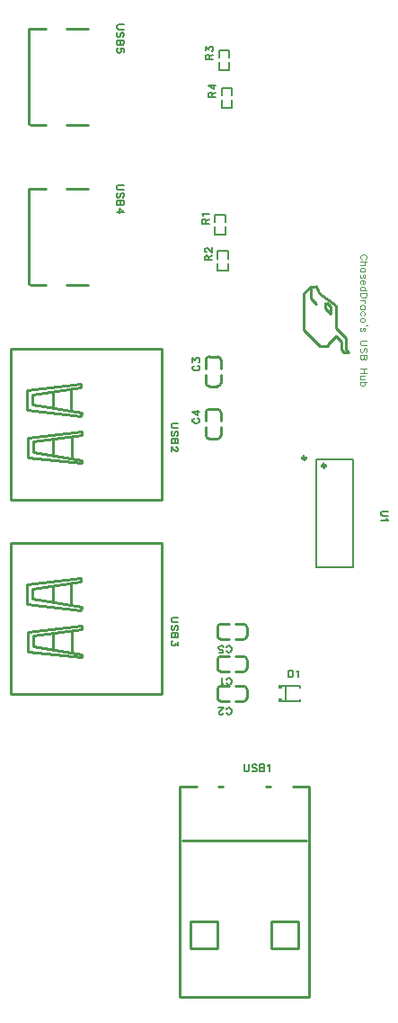
<source format=gto>
G04 Layer: TopSilkscreenLayer*
G04 EasyEDA Pro v2.2.44.9, 2025-12-02 00:09:12*
G04 Gerber Generator version 0.3*
G04 Scale: 100 percent, Rotated: No, Reflected: No*
G04 Dimensions in millimeters*
G04 Leading zeros omitted, absolute positions, 4 integers and 5 decimals*
G04 Generated by one-click*
%FSLAX45Y45*%
%MOMM*%
%ADD10C,0.1524*%
%ADD11C,0.1*%
%ADD12C,0.254*%
%ADD13C,0.15199*%
%ADD14C,0.3*%
%ADD15C,0.8239*%
G75*


G04 Text Start*
G54D10*
G01X2727198Y1915160D02*
G01X2730246Y1908810D01*
G01X2736596Y1902714D01*
G01X2742692Y1899666D01*
G01X2755138Y1899666D01*
G01X2761234Y1902714D01*
G01X2767584Y1908810D01*
G01X2770632Y1915160D01*
G01X2773680Y1924304D01*
G01X2773680Y1939798D01*
G01X2770632Y1949196D01*
G01X2767584Y1955292D01*
G01X2761234Y1961642D01*
G01X2755138Y1964690D01*
G01X2742692Y1964690D01*
G01X2736596Y1961642D01*
G01X2730246Y1955292D01*
G01X2727198Y1949196D01*
G01X2696972Y1912112D02*
G01X2690876Y1908810D01*
G01X2681732Y1899666D01*
G01X2681732Y1964690D01*
G01X2727198Y1635760D02*
G01X2730246Y1629410D01*
G01X2736596Y1623314D01*
G01X2742692Y1620266D01*
G01X2755138Y1620266D01*
G01X2761234Y1623314D01*
G01X2767584Y1629410D01*
G01X2770632Y1635760D01*
G01X2773680Y1644904D01*
G01X2773680Y1660398D01*
G01X2770632Y1669796D01*
G01X2767584Y1675892D01*
G01X2761234Y1682242D01*
G01X2755138Y1685290D01*
G01X2742692Y1685290D01*
G01X2736596Y1682242D01*
G01X2730246Y1675892D01*
G01X2727198Y1669796D01*
G01X2693924Y1635760D02*
G01X2693924Y1632712D01*
G01X2690876Y1626362D01*
G01X2687828Y1623314D01*
G01X2681732Y1620266D01*
G01X2669286Y1620266D01*
G01X2662936Y1623314D01*
G01X2659888Y1626362D01*
G01X2656840Y1632712D01*
G01X2656840Y1638808D01*
G01X2659888Y1644904D01*
G01X2666238Y1654302D01*
G01X2696972Y1685290D01*
G01X2653792Y1685290D01*
G01X2423160Y4905502D02*
G01X2416810Y4902454D01*
G01X2410714Y4896104D01*
G01X2407666Y4890008D01*
G01X2407666Y4877562D01*
G01X2410714Y4871466D01*
G01X2416810Y4865116D01*
G01X2423160Y4862068D01*
G01X2432304Y4859020D01*
G01X2447798Y4859020D01*
G01X2457196Y4862068D01*
G01X2463292Y4865116D01*
G01X2469642Y4871466D01*
G01X2472690Y4877562D01*
G01X2472690Y4890008D01*
G01X2469642Y4896104D01*
G01X2463292Y4902454D01*
G01X2457196Y4905502D01*
G01X2407666Y4941824D02*
G01X2407666Y4975860D01*
G01X2432304Y4957318D01*
G01X2432304Y4966462D01*
G01X2435352Y4972812D01*
G01X2438654Y4975860D01*
G01X2447798Y4978908D01*
G01X2454148Y4978908D01*
G01X2463292Y4975860D01*
G01X2469642Y4969764D01*
G01X2472690Y4960366D01*
G01X2472690Y4950968D01*
G01X2469642Y4941824D01*
G01X2466340Y4938776D01*
G01X2460244Y4935728D01*
G01X2423160Y4410202D02*
G01X2416810Y4407154D01*
G01X2410714Y4400804D01*
G01X2407666Y4394708D01*
G01X2407666Y4382262D01*
G01X2410714Y4376166D01*
G01X2416810Y4369816D01*
G01X2423160Y4366768D01*
G01X2432304Y4363720D01*
G01X2447798Y4363720D01*
G01X2457196Y4366768D01*
G01X2463292Y4369816D01*
G01X2469642Y4376166D01*
G01X2472690Y4382262D01*
G01X2472690Y4394708D01*
G01X2469642Y4400804D01*
G01X2463292Y4407154D01*
G01X2457196Y4410202D01*
G01X2407666Y4471162D02*
G01X2450846Y4440428D01*
G01X2450846Y4486656D01*
G01X2407666Y4471162D02*
G01X2472690Y4471162D01*
G01X2727198Y2219960D02*
G01X2730246Y2213610D01*
G01X2736596Y2207514D01*
G01X2742692Y2204466D01*
G01X2755138Y2204466D01*
G01X2761234Y2207514D01*
G01X2767584Y2213610D01*
G01X2770632Y2219960D01*
G01X2773680Y2229104D01*
G01X2773680Y2244598D01*
G01X2770632Y2253996D01*
G01X2767584Y2260092D01*
G01X2761234Y2266442D01*
G01X2755138Y2269490D01*
G01X2742692Y2269490D01*
G01X2736596Y2266442D01*
G01X2730246Y2260092D01*
G01X2727198Y2253996D01*
G01X2659888Y2204466D02*
G01X2690876Y2204466D01*
G01X2693924Y2232152D01*
G01X2690876Y2229104D01*
G01X2681732Y2226056D01*
G01X2672334Y2226056D01*
G01X2662936Y2229104D01*
G01X2656840Y2235454D01*
G01X2653792Y2244598D01*
G01X2653792Y2250948D01*
G01X2656840Y2260092D01*
G01X2662936Y2266442D01*
G01X2672334Y2269490D01*
G01X2681732Y2269490D01*
G01X2690876Y2266442D01*
G01X2693924Y2263140D01*
G01X2696972Y2257044D01*
G01X3312122Y2037334D02*
G01X3312122Y1972310D01*
G01X3312122Y2037334D02*
G01X3333712Y2037334D01*
G01X3343110Y2034286D01*
G01X3349206Y2028190D01*
G01X3352254Y2021840D01*
G01X3355556Y2012696D01*
G01X3355556Y1997202D01*
G01X3352254Y1987804D01*
G01X3349206Y1981708D01*
G01X3343110Y1975358D01*
G01X3333712Y1972310D01*
G01X3312122Y1972310D01*
G01X3385782Y2024888D02*
G01X3391878Y2028190D01*
G01X3401022Y2037334D01*
G01X3401022Y1972310D01*
G01X2496566Y6243320D02*
G01X2561590Y6243320D01*
G01X2496566Y6243320D02*
G01X2496566Y6271260D01*
G01X2499614Y6280404D01*
G01X2502662Y6283452D01*
G01X2509012Y6286754D01*
G01X2515108Y6286754D01*
G01X2521204Y6283452D01*
G01X2524252Y6280404D01*
G01X2527554Y6271260D01*
G01X2527554Y6243320D01*
G01X2527554Y6264910D02*
G01X2561590Y6286754D01*
G01X2509012Y6316980D02*
G01X2505710Y6323076D01*
G01X2496566Y6332220D01*
G01X2561590Y6332220D01*
G01X2521966Y5900420D02*
G01X2586990Y5900420D01*
G01X2521966Y5900420D02*
G01X2521966Y5928360D01*
G01X2525014Y5937504D01*
G01X2528062Y5940552D01*
G01X2534412Y5943854D01*
G01X2540508Y5943854D01*
G01X2546604Y5940552D01*
G01X2549652Y5937504D01*
G01X2552954Y5928360D01*
G01X2552954Y5900420D01*
G01X2552954Y5922010D02*
G01X2586990Y5943854D01*
G01X2537460Y5977128D02*
G01X2534412Y5977128D01*
G01X2528062Y5980176D01*
G01X2525014Y5983224D01*
G01X2521966Y5989320D01*
G01X2521966Y6001766D01*
G01X2525014Y6008116D01*
G01X2528062Y6011164D01*
G01X2534412Y6014212D01*
G01X2540508Y6014212D01*
G01X2546604Y6011164D01*
G01X2556002Y6004814D01*
G01X2586990Y5974080D01*
G01X2586990Y6017260D01*
G01X4247134Y3535680D02*
G01X4200652Y3535680D01*
G01X4191508Y3532632D01*
G01X4185158Y3526282D01*
G01X4182110Y3517138D01*
G01X4182110Y3510788D01*
G01X4185158Y3501644D01*
G01X4191508Y3495548D01*
G01X4200652Y3492246D01*
G01X4247134Y3492246D01*
G01X4234688Y3462020D02*
G01X4237990Y3455924D01*
G01X4247134Y3446780D01*
G01X4182110Y3446780D01*
G01X2270138Y4362679D02*
G01X2223656Y4362679D01*
G01X2214512Y4359631D01*
G01X2208162Y4353281D01*
G01X2205114Y4344137D01*
G01X2205114Y4337787D01*
G01X2208162Y4328643D01*
G01X2214512Y4322547D01*
G01X2223656Y4319245D01*
G01X2270138Y4319245D01*
G01X2260994Y4245839D02*
G01X2267090Y4251935D01*
G01X2270138Y4261333D01*
G01X2270138Y4273779D01*
G01X2267090Y4282923D01*
G01X2260994Y4289019D01*
G01X2254644Y4289019D01*
G01X2248548Y4285971D01*
G01X2245500Y4282923D01*
G01X2242452Y4276827D01*
G01X2236102Y4258285D01*
G01X2233054Y4251935D01*
G01X2230006Y4248887D01*
G01X2223656Y4245839D01*
G01X2214512Y4245839D01*
G01X2208162Y4251935D01*
G01X2205114Y4261333D01*
G01X2205114Y4273779D01*
G01X2208162Y4282923D01*
G01X2214512Y4289019D01*
G01X2270138Y4215613D02*
G01X2205114Y4215613D01*
G01X2270138Y4215613D02*
G01X2270138Y4187927D01*
G01X2267090Y4178529D01*
G01X2264042Y4175481D01*
G01X2257692Y4172433D01*
G01X2251596Y4172433D01*
G01X2245500Y4175481D01*
G01X2242452Y4178529D01*
G01X2239150Y4187927D01*
G01X2239150Y4215613D02*
G01X2239150Y4187927D01*
G01X2236102Y4178529D01*
G01X2233054Y4175481D01*
G01X2226958Y4172433D01*
G01X2217560Y4172433D01*
G01X2211464Y4175481D01*
G01X2208162Y4178529D01*
G01X2205114Y4187927D01*
G01X2205114Y4215613D01*
G01X2254644Y4139159D02*
G01X2257692Y4139159D01*
G01X2264042Y4136111D01*
G01X2267090Y4133063D01*
G01X2270138Y4126967D01*
G01X2270138Y4114521D01*
G01X2267090Y4108171D01*
G01X2264042Y4105123D01*
G01X2257692Y4102075D01*
G01X2251596Y4102075D01*
G01X2245500Y4105123D01*
G01X2236102Y4111473D01*
G01X2205114Y4142207D01*
G01X2205114Y4099027D01*
G01X2270138Y2533879D02*
G01X2223656Y2533879D01*
G01X2214512Y2530831D01*
G01X2208162Y2524481D01*
G01X2205114Y2515337D01*
G01X2205114Y2508987D01*
G01X2208162Y2499843D01*
G01X2214512Y2493747D01*
G01X2223656Y2490445D01*
G01X2270138Y2490445D01*
G01X2260994Y2417039D02*
G01X2267090Y2423135D01*
G01X2270138Y2432533D01*
G01X2270138Y2444979D01*
G01X2267090Y2454123D01*
G01X2260994Y2460219D01*
G01X2254644Y2460219D01*
G01X2248548Y2457171D01*
G01X2245500Y2454123D01*
G01X2242452Y2448027D01*
G01X2236102Y2429485D01*
G01X2233054Y2423135D01*
G01X2230006Y2420087D01*
G01X2223656Y2417039D01*
G01X2214512Y2417039D01*
G01X2208162Y2423135D01*
G01X2205114Y2432533D01*
G01X2205114Y2444979D01*
G01X2208162Y2454123D01*
G01X2214512Y2460219D01*
G01X2270138Y2386813D02*
G01X2205114Y2386813D01*
G01X2270138Y2386813D02*
G01X2270138Y2359127D01*
G01X2267090Y2349729D01*
G01X2264042Y2346681D01*
G01X2257692Y2343633D01*
G01X2251596Y2343633D01*
G01X2245500Y2346681D01*
G01X2242452Y2349729D01*
G01X2239150Y2359127D01*
G01X2239150Y2386813D02*
G01X2239150Y2359127D01*
G01X2236102Y2349729D01*
G01X2233054Y2346681D01*
G01X2226958Y2343633D01*
G01X2217560Y2343633D01*
G01X2211464Y2346681D01*
G01X2208162Y2349729D01*
G01X2205114Y2359127D01*
G01X2205114Y2386813D01*
G01X2270138Y2307311D02*
G01X2270138Y2273275D01*
G01X2245500Y2291817D01*
G01X2245500Y2282673D01*
G01X2242452Y2276323D01*
G01X2239150Y2273275D01*
G01X2230006Y2270227D01*
G01X2223656Y2270227D01*
G01X2214512Y2273275D01*
G01X2208162Y2279371D01*
G01X2205114Y2288769D01*
G01X2205114Y2298167D01*
G01X2208162Y2307311D01*
G01X2211464Y2310359D01*
G01X2217560Y2313407D01*
G01X2534666Y7792720D02*
G01X2599690Y7792720D01*
G01X2534666Y7792720D02*
G01X2534666Y7820660D01*
G01X2537714Y7829804D01*
G01X2540762Y7832852D01*
G01X2547112Y7836154D01*
G01X2553208Y7836154D01*
G01X2559304Y7832852D01*
G01X2562352Y7829804D01*
G01X2565654Y7820660D01*
G01X2565654Y7792720D01*
G01X2565654Y7814310D02*
G01X2599690Y7836154D01*
G01X2534666Y7872476D02*
G01X2534666Y7906512D01*
G01X2559304Y7887970D01*
G01X2559304Y7897114D01*
G01X2562352Y7903464D01*
G01X2565654Y7906512D01*
G01X2574798Y7909560D01*
G01X2581148Y7909560D01*
G01X2590292Y7906512D01*
G01X2596642Y7900416D01*
G01X2599690Y7891018D01*
G01X2599690Y7881620D01*
G01X2596642Y7872476D01*
G01X2593340Y7869428D01*
G01X2587244Y7866380D01*
G01X2560066Y7437120D02*
G01X2625090Y7437120D01*
G01X2560066Y7437120D02*
G01X2560066Y7465060D01*
G01X2563114Y7474204D01*
G01X2566162Y7477252D01*
G01X2572512Y7480554D01*
G01X2578608Y7480554D01*
G01X2584704Y7477252D01*
G01X2587752Y7474204D01*
G01X2591054Y7465060D01*
G01X2591054Y7437120D01*
G01X2591054Y7458710D02*
G01X2625090Y7480554D01*
G01X2560066Y7541514D02*
G01X2603246Y7510780D01*
G01X2603246Y7557008D01*
G01X2560066Y7541514D02*
G01X2625090Y7541514D01*
G54D11*
G01X4035552Y5906770D02*
G01X4041394Y5909818D01*
G01X4047490Y5915660D01*
G01X4050284Y5921756D01*
G01X4050284Y5933440D01*
G01X4047490Y5939536D01*
G01X4041394Y5945378D01*
G01X4035552Y5948426D01*
G01X4026662Y5951220D01*
G01X4011930Y5951220D01*
G01X4003040Y5948426D01*
G01X3996944Y5945378D01*
G01X3991102Y5939536D01*
G01X3988054Y5933440D01*
G01X3988054Y5921756D01*
G01X3991102Y5915660D01*
G01X3996944Y5909818D01*
G01X4003040Y5906770D01*
G01X4050284Y5882640D02*
G01X3988054Y5882640D01*
G01X4017772Y5882640D02*
G01X4026662Y5873750D01*
G01X4029710Y5867654D01*
G01X4029710Y5858764D01*
G01X4026662Y5852922D01*
G01X4017772Y5849874D01*
G01X3988054Y5849874D01*
G01X4029710Y5790184D02*
G01X3988054Y5790184D01*
G01X4020820Y5790184D02*
G01X4026662Y5796026D01*
G01X4029710Y5801868D01*
G01X4029710Y5810758D01*
G01X4026662Y5816854D01*
G01X4020820Y5822696D01*
G01X4011930Y5825744D01*
G01X4005834Y5825744D01*
G01X3996944Y5822696D01*
G01X3991102Y5816854D01*
G01X3988054Y5810758D01*
G01X3988054Y5801868D01*
G01X3991102Y5796026D01*
G01X3996944Y5790184D01*
G01X4020820Y5733288D02*
G01X4026662Y5736336D01*
G01X4029710Y5745226D01*
G01X4029710Y5754116D01*
G01X4026662Y5763006D01*
G01X4020820Y5766054D01*
G01X4014724Y5763006D01*
G01X4011930Y5757164D01*
G01X4008882Y5742178D01*
G01X4005834Y5736336D01*
G01X3999992Y5733288D01*
G01X3996944Y5733288D01*
G01X3991102Y5736336D01*
G01X3988054Y5745226D01*
G01X3988054Y5754116D01*
G01X3991102Y5763006D01*
G01X3996944Y5766054D01*
G01X4011930Y5709158D02*
G01X4011930Y5673598D01*
G01X4017772Y5673598D01*
G01X4023614Y5676392D01*
G01X4026662Y5679440D01*
G01X4029710Y5685282D01*
G01X4029710Y5694172D01*
G01X4026662Y5700268D01*
G01X4020820Y5706110D01*
G01X4011930Y5709158D01*
G01X4005834Y5709158D01*
G01X3996944Y5706110D01*
G01X3991102Y5700268D01*
G01X3988054Y5694172D01*
G01X3988054Y5685282D01*
G01X3991102Y5679440D01*
G01X3996944Y5673598D01*
G01X4050284Y5613908D02*
G01X3988054Y5613908D01*
G01X4020820Y5613908D02*
G01X4026662Y5619750D01*
G01X4029710Y5625592D01*
G01X4029710Y5634482D01*
G01X4026662Y5640578D01*
G01X4020820Y5646420D01*
G01X4011930Y5649468D01*
G01X4005834Y5649468D01*
G01X3996944Y5646420D01*
G01X3991102Y5640578D01*
G01X3988054Y5634482D01*
G01X3988054Y5625592D01*
G01X3991102Y5619750D01*
G01X3996944Y5613908D01*
G01X4050284Y5589778D02*
G01X3988054Y5589778D01*
G01X4050284Y5589778D02*
G01X4050284Y5568950D01*
G01X4047490Y5560060D01*
G01X4041394Y5554218D01*
G01X4035552Y5551170D01*
G01X4026662Y5548122D01*
G01X4011930Y5548122D01*
G01X4003040Y5551170D01*
G01X3996944Y5554218D01*
G01X3991102Y5560060D01*
G01X3988054Y5568950D01*
G01X3988054Y5589778D01*
G01X4029710Y5523992D02*
G01X3988054Y5523992D01*
G01X4011930Y5523992D02*
G01X4020820Y5520944D01*
G01X4026662Y5515102D01*
G01X4029710Y5509006D01*
G01X4029710Y5500116D01*
G01X4029710Y5440426D02*
G01X3988054Y5440426D01*
G01X4020820Y5440426D02*
G01X4026662Y5446268D01*
G01X4029710Y5452110D01*
G01X4029710Y5461000D01*
G01X4026662Y5467096D01*
G01X4020820Y5472938D01*
G01X4011930Y5475986D01*
G01X4005834Y5475986D01*
G01X3996944Y5472938D01*
G01X3991102Y5467096D01*
G01X3988054Y5461000D01*
G01X3988054Y5452110D01*
G01X3991102Y5446268D01*
G01X3996944Y5440426D01*
G01X4020820Y5380736D02*
G01X4026662Y5386578D01*
G01X4029710Y5392420D01*
G01X4029710Y5401310D01*
G01X4026662Y5407406D01*
G01X4020820Y5413248D01*
G01X4011930Y5416296D01*
G01X4005834Y5416296D01*
G01X3996944Y5413248D01*
G01X3991102Y5407406D01*
G01X3988054Y5401310D01*
G01X3988054Y5392420D01*
G01X3991102Y5386578D01*
G01X3996944Y5380736D01*
G01X4029710Y5341620D02*
G01X4026662Y5347716D01*
G01X4020820Y5353558D01*
G01X4011930Y5356606D01*
G01X4005834Y5356606D01*
G01X3996944Y5353558D01*
G01X3991102Y5347716D01*
G01X3988054Y5341620D01*
G01X3988054Y5332730D01*
G01X3991102Y5326888D01*
G01X3996944Y5321046D01*
G01X4005834Y5317998D01*
G01X4011930Y5317998D01*
G01X4020820Y5321046D01*
G01X4026662Y5326888D01*
G01X4029710Y5332730D01*
G01X4029710Y5341620D01*
G01X4059174Y5287772D02*
G01X4041394Y5287772D01*
G01X4020820Y5230876D02*
G01X4026662Y5233924D01*
G01X4029710Y5242814D01*
G01X4029710Y5251704D01*
G01X4026662Y5260594D01*
G01X4020820Y5263642D01*
G01X4014724Y5260594D01*
G01X4011930Y5254752D01*
G01X4008882Y5239766D01*
G01X4005834Y5233924D01*
G01X3999992Y5230876D01*
G01X3996944Y5230876D01*
G01X3991102Y5233924D01*
G01X3988054Y5242814D01*
G01X3988054Y5251704D01*
G01X3991102Y5260594D01*
G01X3996944Y5263642D01*
G01X4050284Y5140198D02*
G01X4005834Y5140198D01*
G01X3996944Y5137404D01*
G01X3991102Y5131308D01*
G01X3988054Y5122418D01*
G01X3988054Y5116576D01*
G01X3991102Y5107686D01*
G01X3996944Y5101844D01*
G01X4005834Y5098796D01*
G01X4050284Y5098796D01*
G01X4041394Y5033010D02*
G01X4047490Y5039106D01*
G01X4050284Y5047996D01*
G01X4050284Y5059680D01*
G01X4047490Y5068570D01*
G01X4041394Y5074666D01*
G01X4035552Y5074666D01*
G01X4029710Y5071618D01*
G01X4026662Y5068570D01*
G01X4023614Y5062728D01*
G01X4017772Y5044948D01*
G01X4014724Y5039106D01*
G01X4011930Y5036058D01*
G01X4005834Y5033010D01*
G01X3996944Y5033010D01*
G01X3991102Y5039106D01*
G01X3988054Y5047996D01*
G01X3988054Y5059680D01*
G01X3991102Y5068570D01*
G01X3996944Y5074666D01*
G01X4050284Y5008880D02*
G01X3988054Y5008880D01*
G01X4050284Y5008880D02*
G01X4050284Y4982210D01*
G01X4047490Y4973320D01*
G01X4044442Y4970272D01*
G01X4038600Y4967224D01*
G01X4032504Y4967224D01*
G01X4026662Y4970272D01*
G01X4023614Y4973320D01*
G01X4020820Y4982210D01*
G01X4020820Y5008880D02*
G01X4020820Y4982210D01*
G01X4017772Y4973320D01*
G01X4014724Y4970272D01*
G01X4008882Y4967224D01*
G01X3999992Y4967224D01*
G01X3994150Y4970272D01*
G01X3991102Y4973320D01*
G01X3988054Y4982210D01*
G01X3988054Y5008880D01*
G01X4050284Y4876546D02*
G01X3988054Y4876546D01*
G01X4050284Y4835144D02*
G01X3988054Y4835144D01*
G01X4020820Y4876546D02*
G01X4020820Y4835144D01*
G01X4029710Y4811014D02*
G01X3999992Y4811014D01*
G01X3991102Y4807966D01*
G01X3988054Y4802124D01*
G01X3988054Y4793234D01*
G01X3991102Y4787138D01*
G01X3999992Y4778248D01*
G01X4029710Y4778248D02*
G01X3988054Y4778248D01*
G01X4050284Y4754118D02*
G01X3988054Y4754118D01*
G01X4020820Y4754118D02*
G01X4026662Y4748022D01*
G01X4029710Y4742180D01*
G01X4029710Y4733290D01*
G01X4026662Y4727448D01*
G01X4020820Y4721352D01*
G01X4011930Y4718558D01*
G01X4005834Y4718558D01*
G01X3996944Y4721352D01*
G01X3991102Y4727448D01*
G01X3988054Y4733290D01*
G01X3988054Y4742180D01*
G01X3991102Y4748022D01*
G01X3996944Y4754118D01*
G54D10*
G01X1758592Y6606532D02*
G01X1712110Y6606532D01*
G01X1702966Y6603484D01*
G01X1696616Y6597134D01*
G01X1693568Y6587990D01*
G01X1693568Y6581640D01*
G01X1696616Y6572496D01*
G01X1702966Y6566400D01*
G01X1712110Y6563098D01*
G01X1758592Y6563098D01*
G01X1749448Y6489692D02*
G01X1755544Y6495788D01*
G01X1758592Y6505186D01*
G01X1758592Y6517632D01*
G01X1755544Y6526776D01*
G01X1749448Y6532872D01*
G01X1743098Y6532872D01*
G01X1737002Y6529824D01*
G01X1733954Y6526776D01*
G01X1730906Y6520680D01*
G01X1724556Y6502138D01*
G01X1721508Y6495788D01*
G01X1718460Y6492740D01*
G01X1712110Y6489692D01*
G01X1702966Y6489692D01*
G01X1696616Y6495788D01*
G01X1693568Y6505186D01*
G01X1693568Y6517632D01*
G01X1696616Y6526776D01*
G01X1702966Y6532872D01*
G01X1758592Y6459466D02*
G01X1693568Y6459466D01*
G01X1758592Y6459466D02*
G01X1758592Y6431780D01*
G01X1755544Y6422382D01*
G01X1752496Y6419334D01*
G01X1746146Y6416286D01*
G01X1740050Y6416286D01*
G01X1733954Y6419334D01*
G01X1730906Y6422382D01*
G01X1727604Y6431780D01*
G01X1727604Y6459466D02*
G01X1727604Y6431780D01*
G01X1724556Y6422382D01*
G01X1721508Y6419334D01*
G01X1715412Y6416286D01*
G01X1706014Y6416286D01*
G01X1699918Y6419334D01*
G01X1696616Y6422382D01*
G01X1693568Y6431780D01*
G01X1693568Y6459466D01*
G01X1758592Y6355326D02*
G01X1715412Y6386060D01*
G01X1715412Y6339832D01*
G01X1758592Y6355326D02*
G01X1693568Y6355326D01*
G01X1758592Y8117832D02*
G01X1712110Y8117832D01*
G01X1702966Y8114784D01*
G01X1696616Y8108434D01*
G01X1693568Y8099290D01*
G01X1693568Y8092940D01*
G01X1696616Y8083796D01*
G01X1702966Y8077700D01*
G01X1712110Y8074398D01*
G01X1758592Y8074398D01*
G01X1749448Y8000992D02*
G01X1755544Y8007088D01*
G01X1758592Y8016486D01*
G01X1758592Y8028932D01*
G01X1755544Y8038076D01*
G01X1749448Y8044172D01*
G01X1743098Y8044172D01*
G01X1737002Y8041124D01*
G01X1733954Y8038076D01*
G01X1730906Y8031980D01*
G01X1724556Y8013438D01*
G01X1721508Y8007088D01*
G01X1718460Y8004040D01*
G01X1712110Y8000992D01*
G01X1702966Y8000992D01*
G01X1696616Y8007088D01*
G01X1693568Y8016486D01*
G01X1693568Y8028932D01*
G01X1696616Y8038076D01*
G01X1702966Y8044172D01*
G01X1758592Y7970766D02*
G01X1693568Y7970766D01*
G01X1758592Y7970766D02*
G01X1758592Y7943080D01*
G01X1755544Y7933682D01*
G01X1752496Y7930634D01*
G01X1746146Y7927586D01*
G01X1740050Y7927586D01*
G01X1733954Y7930634D01*
G01X1730906Y7933682D01*
G01X1727604Y7943080D01*
G01X1727604Y7970766D02*
G01X1727604Y7943080D01*
G01X1724556Y7933682D01*
G01X1721508Y7930634D01*
G01X1715412Y7927586D01*
G01X1706014Y7927586D01*
G01X1699918Y7930634D01*
G01X1696616Y7933682D01*
G01X1693568Y7943080D01*
G01X1693568Y7970766D01*
G01X1758592Y7860276D02*
G01X1758592Y7891264D01*
G01X1730906Y7894312D01*
G01X1733954Y7891264D01*
G01X1737002Y7882120D01*
G01X1737002Y7872722D01*
G01X1733954Y7863324D01*
G01X1727604Y7857228D01*
G01X1718460Y7854180D01*
G01X1712110Y7854180D01*
G01X1702966Y7857228D01*
G01X1696616Y7863324D01*
G01X1693568Y7872722D01*
G01X1693568Y7882120D01*
G01X1696616Y7891264D01*
G01X1699918Y7894312D01*
G01X1706014Y7897360D01*
G01X2894724Y1149934D02*
G01X2894724Y1103452D01*
G01X2897772Y1094308D01*
G01X2904122Y1087958D01*
G01X2913266Y1084910D01*
G01X2919616Y1084910D01*
G01X2928760Y1087958D01*
G01X2934856Y1094308D01*
G01X2938158Y1103452D01*
G01X2938158Y1149934D01*
G01X3011564Y1140790D02*
G01X3005468Y1146886D01*
G01X2996070Y1149934D01*
G01X2983624Y1149934D01*
G01X2974480Y1146886D01*
G01X2968384Y1140790D01*
G01X2968384Y1134440D01*
G01X2971432Y1128344D01*
G01X2974480Y1125296D01*
G01X2980576Y1122248D01*
G01X2999118Y1115898D01*
G01X3005468Y1112850D01*
G01X3008516Y1109802D01*
G01X3011564Y1103452D01*
G01X3011564Y1094308D01*
G01X3005468Y1087958D01*
G01X2996070Y1084910D01*
G01X2983624Y1084910D01*
G01X2974480Y1087958D01*
G01X2968384Y1094308D01*
G01X3041790Y1149934D02*
G01X3041790Y1084910D01*
G01X3041790Y1149934D02*
G01X3069476Y1149934D01*
G01X3078874Y1146886D01*
G01X3081922Y1143838D01*
G01X3084970Y1137488D01*
G01X3084970Y1131392D01*
G01X3081922Y1125296D01*
G01X3078874Y1122248D01*
G01X3069476Y1118946D01*
G01X3041790Y1118946D02*
G01X3069476Y1118946D01*
G01X3078874Y1115898D01*
G01X3081922Y1112850D01*
G01X3084970Y1106754D01*
G01X3084970Y1097356D01*
G01X3081922Y1091260D01*
G01X3078874Y1087958D01*
G01X3069476Y1084910D01*
G01X3041790Y1084910D01*
G01X3115196Y1137488D02*
G01X3121292Y1140790D01*
G01X3130436Y1149934D01*
G01X3130436Y1084910D01*
G04 Text End*

G04 PolygonModel Start*
G54D12*
G01X2809319Y2166457D02*
G01X2889316Y2166457D01*
G01X2753274Y2166503D02*
G01X2673276Y2166503D01*
G01X2809319Y2024489D02*
G01X2889316Y2024489D01*
G01X2753274Y2024537D02*
G01X2673276Y2024537D01*
G01X2920291Y2135475D02*
G01X2920291Y2055470D01*
G01X2642299Y2055523D02*
G01X2642299Y2135525D01*
G01X2673281Y2024537D02*
G02X2642299Y2055523I0J30983D01*
G01X2642299Y2135520D02*
G02X2673281Y2166503I30983J0D01*
G01X2889311Y2166457D02*
G02X2920291Y2135475I-3J-30983D01*
G01X2920291Y2055477D02*
G02X2889311Y2024489I-30983J-5D01*
G01X2809319Y1887057D02*
G01X2889316Y1887057D01*
G01X2753274Y1887103D02*
G01X2673276Y1887103D01*
G01X2809319Y1745089D02*
G01X2889316Y1745089D01*
G01X2753274Y1745137D02*
G01X2673276Y1745137D01*
G01X2920291Y1856075D02*
G01X2920291Y1776070D01*
G01X2642299Y1776123D02*
G01X2642299Y1856125D01*
G01X2673281Y1745137D02*
G02X2642299Y1776123I0J30983D01*
G01X2642299Y1856120D02*
G02X2673281Y1887103I30983J0D01*
G01X2889311Y1887057D02*
G02X2920291Y1856075I-3J-30983D01*
G01X2920291Y1776077D02*
G02X2889311Y1745089I-30983J-5D01*
G01X2674457Y4823381D02*
G01X2674457Y4743384D01*
G01X2674503Y4879426D02*
G01X2674503Y4959424D01*
G01X2532489Y4823381D02*
G01X2532489Y4743384D01*
G01X2532537Y4879426D02*
G01X2532537Y4959424D01*
G01X2643475Y4712409D02*
G01X2563470Y4712409D01*
G01X2563523Y4990402D02*
G01X2643525Y4990402D01*
G01X2532537Y4959419D02*
G02X2563523Y4990402I30983J0D01*
G01X2643520Y4990402D02*
G02X2674503Y4959419I0J-30983D01*
G01X2674457Y4743389D02*
G02X2643475Y4712409I-30983J3D01*
G01X2563477Y4712409D02*
G02X2532489Y4743389I-5J30983D01*
G01X2674457Y4328081D02*
G01X2674457Y4248084D01*
G01X2674503Y4384126D02*
G01X2674503Y4464124D01*
G01X2532489Y4328081D02*
G01X2532489Y4248084D01*
G01X2532537Y4384126D02*
G01X2532537Y4464124D01*
G01X2643475Y4217109D02*
G01X2563470Y4217109D01*
G01X2563523Y4495102D02*
G01X2643525Y4495102D01*
G01X2532537Y4464119D02*
G02X2563523Y4495102I30983J0D01*
G01X2643520Y4495102D02*
G02X2674503Y4464119I0J-30983D01*
G01X2674457Y4248089D02*
G02X2643475Y4217109I-30983J3D01*
G01X2563477Y4217109D02*
G02X2532489Y4248089I-5J30983D01*
G01X2809319Y2471257D02*
G01X2889316Y2471257D01*
G01X2753274Y2471303D02*
G01X2673276Y2471303D01*
G01X2809319Y2329289D02*
G01X2889316Y2329289D01*
G01X2753274Y2329337D02*
G01X2673276Y2329337D01*
G01X2920291Y2440275D02*
G01X2920291Y2360270D01*
G01X2642299Y2360323D02*
G01X2642299Y2440325D01*
G01X2673281Y2329337D02*
G02X2642299Y2360323I0J30983D01*
G01X2642299Y2440320D02*
G02X2673281Y2471303I30983J0D01*
G01X2889311Y2471257D02*
G02X2920291Y2440275I-3J-30983D01*
G01X2920291Y2360277D02*
G02X2889311Y2329289I-30983J-5D01*
G54D13*
G01X3417524Y1743479D02*
G01X3417524Y1764101D01*
G01X3417524Y1888721D02*
G01X3417524Y1869100D01*
G54D10*
G01X3242280Y1888721D02*
G01X3417524Y1888721D01*
G01X3242280Y1743479D02*
G01X3417524Y1743479D01*
G01X3282724Y1888721D02*
G01X3282724Y1743479D01*
G36*
G01X3249902Y1896341D02*
G01X3249902Y1861101D01*
G01X3219422Y1861101D01*
G01X3219422Y1896341D01*
G01X3249902Y1896341D01*
G37*
G36*
G01X3249902Y1735859D02*
G01X3249902Y1771099D01*
G01X3219422Y1771099D01*
G01X3219422Y1735859D01*
G01X3249902Y1735859D01*
G37*
G01X2716860Y6213079D02*
G01X2716860Y6141276D01*
G01X2617140Y6141276D01*
G01X2617140Y6213079D01*
G01X2716860Y6258321D02*
G01X2716860Y6330125D01*
G01X2617140Y6330125D01*
G01X2617140Y6258321D01*
G01X2742260Y5870179D02*
G01X2742260Y5798376D01*
G01X2642540Y5798376D01*
G01X2642540Y5870179D01*
G01X2742260Y5915421D02*
G01X2742260Y5987225D01*
G01X2642540Y5987225D01*
G01X2642540Y5915421D01*
G01X3569360Y4025519D02*
G01X3923640Y4025519D01*
G01X3923640Y3010281D01*
G01X3569360Y3010281D01*
G01X3569360Y4025519D01*
G54D12*
G01X1359776Y3985275D02*
G01X854311Y4043690D01*
G01X854311Y4229113D01*
G01X1359012Y4287279D01*
G01X1361554Y4254002D01*
G01X905111Y4188475D01*
G01X905111Y4094490D01*
G01X1364854Y4015755D01*
G01X1359776Y3985275D01*
G01X1268334Y4244355D02*
G01X1268334Y4036075D01*
G01X1093076Y4211333D02*
G01X1093076Y4066555D01*
G01X1087996Y4658375D02*
G01X1087996Y4513590D01*
G01X1263254Y4691390D02*
G01X1263254Y4483113D01*
G01X1354696Y4432313D02*
G01X1359776Y4462790D01*
G01X900034Y4541533D01*
G01X900034Y4635513D01*
G01X1356469Y4701045D01*
G01X1353934Y4734321D01*
G01X849234Y4676155D01*
G01X849234Y4490733D01*
G01X1354696Y4432313D01*
G01X2116696Y5067300D02*
G01X2116696Y3644900D01*
G01X694296Y3644900D01*
G01X694296Y5067300D01*
G01X2116696Y5067300D01*
G01X1359776Y2156475D02*
G01X854311Y2214890D01*
G01X854311Y2400313D01*
G01X1359012Y2458479D01*
G01X1361554Y2425202D01*
G01X905111Y2359675D01*
G01X905111Y2265690D01*
G01X1364854Y2186955D01*
G01X1359776Y2156475D01*
G01X1268334Y2415555D02*
G01X1268334Y2207275D01*
G01X1093076Y2382533D02*
G01X1093076Y2237755D01*
G01X1087996Y2829575D02*
G01X1087996Y2684790D01*
G01X1263254Y2862590D02*
G01X1263254Y2654313D01*
G01X1354696Y2603513D02*
G01X1359776Y2633990D01*
G01X900034Y2712733D01*
G01X900034Y2806713D01*
G01X1356469Y2872245D01*
G01X1353934Y2905521D01*
G01X849234Y2847355D01*
G01X849234Y2661933D01*
G01X1354696Y2603513D01*
G01X2116696Y3238500D02*
G01X2116696Y1816100D01*
G01X694296Y1816100D01*
G01X694296Y3238500D01*
G01X2116696Y3238500D01*
G54D10*
G01X2754960Y7762479D02*
G01X2754960Y7690676D01*
G01X2655240Y7690676D01*
G01X2655240Y7762479D01*
G01X2754960Y7807721D02*
G01X2754960Y7879525D01*
G01X2655240Y7879525D01*
G01X2655240Y7807721D01*
G01X2780360Y7406879D02*
G01X2780360Y7335076D01*
G01X2680640Y7335076D01*
G01X2680640Y7406879D01*
G01X2780360Y7452121D02*
G01X2780360Y7523925D01*
G01X2680640Y7523925D01*
G01X2680640Y7452121D01*
G54D12*
G01X3670300Y5499100D02*
G01X3708400Y5461000D01*
G01X3708400Y5391356D01*
G01X3682456Y5417662D01*
G01X3657600Y5448300D01*
G01X3657600Y5499100D01*
G01X3517900Y5651500D02*
G01X3517900Y5537200D01*
G01X3568700Y5486400D01*
G01X3575050Y5657850D02*
G01X3594100Y5588000D01*
G01X3759200Y5473700D01*
G01X3759200Y5257800D01*
G01X3848100Y5168900D01*
G01X3848100Y5054600D01*
G01X3873500Y5029200D01*
G01X3835400Y5029200D01*
G01X3810000Y5054600D01*
G01X3810000Y5130800D01*
G01X3759200Y5181600D01*
G01X3683000Y5105400D01*
G01X3683000Y5092700D01*
G01X3606800Y5092700D01*
G01X3454400Y5245100D01*
G01X3454400Y5588000D01*
G01X3517900Y5651500D01*
G01X3568700Y5651500D01*
G01X3575050Y5657850D01*
G01X1219205Y5664192D02*
G01X1418600Y5664192D01*
G01X876303Y5664192D02*
G01X1023600Y5664192D01*
G01X1219518Y6571391D02*
G01X1418290Y6571391D01*
G01X861403Y6571391D02*
G01X1023287Y6571391D01*
G01X861403Y5671393D02*
G01X861403Y6571391D01*
G01X1219205Y7175492D02*
G01X1418600Y7175492D01*
G01X876303Y7175492D02*
G01X1023600Y7175492D01*
G01X1219518Y8082691D02*
G01X1418290Y8082691D01*
G01X861403Y8082691D02*
G01X1023287Y8082691D01*
G01X861403Y7182693D02*
G01X861403Y8082691D01*
G01X2311400Y431800D02*
G01X3479800Y431800D01*
G01X3505200Y-1043000D02*
G01X3505200Y938200D01*
G01X2286000Y938200D02*
G01X2286000Y-1043000D01*
G01X2286000Y-1043000D02*
G01X3505200Y-1043000D01*
G01X2286000Y938200D02*
G01X2442487Y938200D01*
G01X2648715Y938200D02*
G01X2692499Y938200D01*
G01X3098726Y938200D02*
G01X3142488Y938200D01*
G01X3348716Y938200D02*
G01X3505200Y938200D01*
G01X3149613Y-331800D02*
G01X3403613Y-331800D01*
G01X3403613Y-585800D01*
G01X3149613Y-585800D01*
G01X3149613Y-331800D01*
G01X2387613Y-331800D02*
G01X2641613Y-331800D01*
G01X2641613Y-585800D01*
G01X2387613Y-585800D01*
G01X2387613Y-331800D01*

G04 Circle Start*
G54D14*
G01X3629584Y3962400D02*
G03X3659607Y3962400I15011J0D01*
G03X3629584Y3962400I-15011J0D01*
G01X3444240Y4035628D02*
G03X3474263Y4035628I15011J0D01*
G03X3444240Y4035628I-15011J0D01*
G04 Circle End*

M02*


</source>
